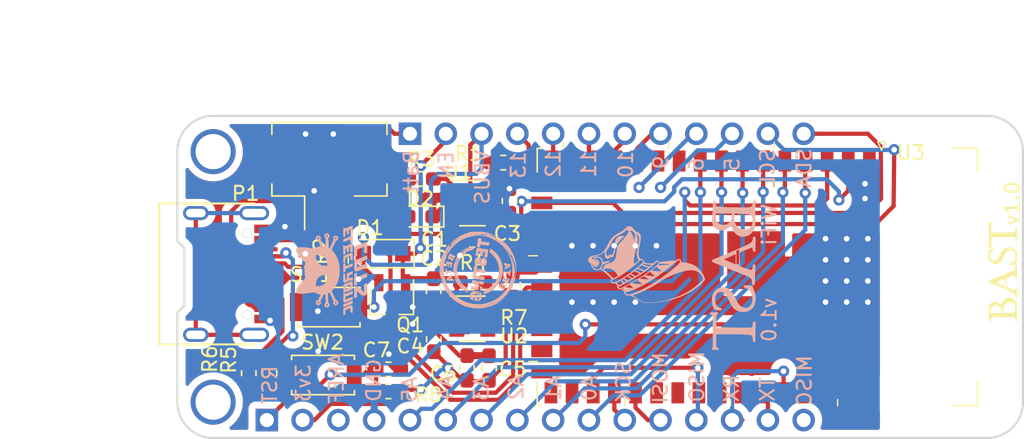
<source format=kicad_pcb>
(kicad_pcb (version 20171130) (host pcbnew "(5.1.5-0-10_14)")
  (layers (0 F.Cu signal hide) (31 B.Cu signal hide) (34 B.Paste user) (35 F.Paste user) (36 B.SilkS user) (37 F.SilkS user) (38 B.Mask user) (39 F.Mask user) (44 Edge.Cuts user))
  (net 0 "")
  (net 1 +BATT)
  (net 2 GND)
  (net 3 VBUS)
  (net 4 /MISC)
  (net 5 /TX)
  (net 6 /RX)
  (net 7 /MISO)
  (net 8 /MOSI)
  (net 9 /SCK)
  (net 10 /A5)
  (net 11 /A4)
  (net 12 /A3)
  (net 13 /A2)
  (net 14 /A1)
  (net 15 /A0)
  (net 16 /Aref)
  (net 17 +3V3)
  (net 18 /~RST~)
  (net 19 /SDA)
  (net 20 /SCL)
  (net 21 /GPIO05)
  (net 22 /GPIO06)
  (net 23 /GPIO09)
  (net 24 /GPIO10)
  (net 25 /GPIO11)
  (net 26 /GPIO12)
  (net 27 /GPIO13)
  (net 28 /EN)
  (net 29 "Net-(R1-Pad1)")
  (net 30 "Net-(R3-Pad1)")
  (net 31 "Net-(U2-Pad4)")
  (net 32 "Net-(R4-Pad1)")
  (net 33 "Net-(U3-Pad15)")
  (net 34 "Net-(U3-Pad20)")
  (net 35 /GPIO18)
  (net 36 /D-)
  (net 37 /D+)
  (net 38 "Net-(U3-Pad24)")
  (net 39 /GPIO0)
  (net 40 "Net-(U3-Pad36)")
  (net 41 "Net-(U3-Pad35)")
  (net 42 "Net-(U3-Pad34)")
  (net 43 "Net-(U3-Pad33)")
  (net 44 "Net-(U3-Pad32)")
  (net 45 "Net-(U3-Pad28)")
  (net 46 "Net-(U3-Pad27)")
  (net 47 "Net-(U3-Pad25)")
  (net 48 "Net-(U3-Pad39)")
  (net 49 "Net-(U3-Pad40)")
  (net 50 "Net-(D2-Pad2)")
  (net 51 "Net-(P1-PadA5)")
  (net 52 "Net-(P1-PadB5)")
  (net 53 "Net-(P1-PadS1)")
  (module Aesthetics:bast?letter?small (layer F.Cu) (at 185.65 92.7 90)
    (fp_text reference G*** hide)
    (fp_text value LOGO hide)
  )
  (module Aesthetics:bast_8x8 (layer B.Cu) (at 162 92.6 270)
    (fp_text reference G*** hide)
    (fp_text value LOGO hide)
  )
  (module Aesthetics:beta_testing (layer B.Cu) (at 148.45 92.2 270)
    (fp_text reference G*** hide)
    (fp_text value LOGO hide)
  )
  (module Aesthetics:electronic_cats_logo_4x3 (layer B.Cu) (at 137.95 92.25 270)
    (fp_text reference G*** hide)
    (fp_text value LOGO hide)
  )
  (module Connector_JST:JST_PH_B2B-PH-SM4-TB_1x02-1MP_P2.00mm_Vertical (layer F.Cu) (at 137.795 86.106)
    (fp_text reference J1 hide)
    (fp_text value Conn_Battery hide)
    (pad MP smd roundrect (at 3.4 -1.75) (size 1.6 3) (layers F.Cu F.Paste F.Mask) (roundrect_rratio 0.15625))
    (pad MP smd roundrect (at -3.4 -1.75) (size 1.6 3) (layers F.Cu F.Paste F.Mask) (roundrect_rratio 0.15625))
    (pad 2 smd roundrect (at 1 0.5) (size 1 5.5) (layers F.Cu F.Paste F.Mask) (net 1 +BATT))
    (pad 1 smd roundrect (at -1 0.5) (size 1 5.5) (layers F.Cu F.Paste F.Mask) (net 2 GND))
  )
  (module RF_Module:ESP32-S2-WROVER (layer F.Cu) (at 164.338 92.71 270)
    (fp_text reference U3 (at -8.81 -14.712) (layer F.SilkS))
    (fp_text value ESP32-S2-WROVER)
    (pad 1 smd rect (at -8.225 -11.775 270) (size 1.5 0.9) (layers F.Cu F.Paste F.Mask) (net 2 GND))
    (pad 15 smd rect (at -8.225 9.225 90) (size 1.5 0.9) (layers F.Cu F.Paste F.Mask) (net 33 "Net-(U3-Pad15)"))
    (pad 16 smd rect (at -8.225 10.725 90) (size 1.5 0.9) (layers F.Cu F.Paste F.Mask) (net 26 /GPIO12))
    (pad 17 smd rect (at -6.75 11.475 270) (size 0.9 1.5) (layers F.Cu F.Paste F.Mask) (net 27 /GPIO13))
    (pad 18 smd rect (at -5.25 11.475 270) (size 0.9 1.5) (layers F.Cu F.Paste F.Mask) (net 19 /SDA))
    (pad 19 smd rect (at -3.75 11.475 270) (size 0.9 1.5) (layers F.Cu F.Paste F.Mask) (net 20 /SCL))
    (pad 20 smd rect (at -2.25 11.475 270) (size 0.9 1.5) (layers F.Cu F.Paste F.Mask) (net 34 "Net-(U3-Pad20)"))
    (pad 21 smd rect (at -0.75 11.475 270) (size 0.9 1.5) (layers F.Cu F.Paste F.Mask) (net 35 /GPIO18))
    (pad 22 smd rect (at 0.75 11.475 270) (size 0.9 1.5) (layers F.Cu F.Paste F.Mask) (net 36 /D-))
    (pad 23 smd rect (at 2.25 11.475 270) (size 0.9 1.5) (layers F.Cu F.Paste F.Mask) (net 37 /D+))
    (pad 24 smd rect (at 3.75 11.475 270) (size 0.9 1.5) (layers F.Cu F.Paste F.Mask) (net 38 "Net-(U3-Pad24)"))
    (pad 2 smd rect (at -8.225 -10.275 270) (size 1.5 0.9) (layers F.Cu F.Paste F.Mask) (net 17 +3V3))
    (pad 3 smd rect (at -8.225 -8.775 270) (size 1.5 0.9) (layers F.Cu F.Paste F.Mask) (net 39 /GPIO0))
    (pad 4 smd rect (at -8.225 -7.275 270) (size 1.5 0.9) (layers F.Cu F.Paste F.Mask) (net 15 /A0))
    (pad 5 smd rect (at -8.225 -5.775 270) (size 1.5 0.9) (layers F.Cu F.Paste F.Mask) (net 14 /A1))
    (pad 6 smd rect (at -8.225 -4.275 270) (size 1.5 0.9) (layers F.Cu F.Paste F.Mask) (net 13 /A2))
    (pad 7 smd rect (at -8.225 -2.775 270) (size 1.5 0.9) (layers F.Cu F.Paste F.Mask) (net 12 /A3))
    (pad 8 smd rect (at -8.225 -1.275 270) (size 1.5 0.9) (layers F.Cu F.Paste F.Mask) (net 11 /A4))
    (pad 9 smd rect (at -8.225 0.225 270) (size 1.5 0.9) (layers F.Cu F.Paste F.Mask) (net 10 /A5))
    (pad 10 smd rect (at -8.225 1.725 270) (size 1.5 0.9) (layers F.Cu F.Paste F.Mask) (net 21 /GPIO05))
    (pad 11 smd rect (at -8.225 3.225 270) (size 1.5 0.9) (layers F.Cu F.Paste F.Mask) (net 22 /GPIO06))
    (pad 12 smd rect (at -8.225 4.725 270) (size 1.5 0.9) (layers F.Cu F.Paste F.Mask) (net 23 /GPIO09))
    (pad 13 smd rect (at -8.225 6.225 270) (size 1.5 0.9) (layers F.Cu F.Paste F.Mask) (net 24 /GPIO10))
    (pad 14 smd rect (at -8.225 7.725 270) (size 1.5 0.9) (layers F.Cu F.Paste F.Mask) (net 25 /GPIO11))
    (pad 38 smd rect (at 8.225 -5.675 270) (size 1.5 0.9) (layers F.Cu F.Paste F.Mask) (net 6 /RX))
    (pad 37 smd rect (at 8.225 -4.175 270) (size 1.5 0.9) (layers F.Cu F.Paste F.Mask) (net 5 /TX))
    (pad 36 smd rect (at 8.225 -2.675 270) (size 1.5 0.9) (layers F.Cu F.Paste F.Mask) (net 40 "Net-(U3-Pad36)"))
    (pad 35 smd rect (at 8.225 -1.175 270) (size 1.5 0.9) (layers F.Cu F.Paste F.Mask) (net 41 "Net-(U3-Pad35)"))
    (pad 34 smd rect (at 8.225 0.325 270) (size 1.5 0.9) (layers F.Cu F.Paste F.Mask) (net 42 "Net-(U3-Pad34)"))
    (pad 33 smd rect (at 8.225 1.825 270) (size 1.5 0.9) (layers F.Cu F.Paste F.Mask) (net 43 "Net-(U3-Pad33)"))
    (pad 32 smd rect (at 8.225 3.325 270) (size 1.5 0.9) (layers F.Cu F.Paste F.Mask) (net 44 "Net-(U3-Pad32)"))
    (pad 31 smd rect (at 8.225 4.825 270) (size 1.5 0.9) (layers F.Cu F.Paste F.Mask) (net 8 /MOSI))
    (pad 30 smd rect (at 8.225 6.325 270) (size 1.5 0.9) (layers F.Cu F.Paste F.Mask) (net 9 /SCK))
    (pad 29 smd rect (at 8.225 7.825 270) (size 1.5 0.9) (layers F.Cu F.Paste F.Mask) (net 7 /MISO))
    (pad 28 smd rect (at 8.225 9.325 270) (size 1.5 0.9) (layers F.Cu F.Paste F.Mask) (net 45 "Net-(U3-Pad28)"))
    (pad 27 smd rect (at 8.225 10.825 270) (size 1.5 0.9) (layers F.Cu F.Paste F.Mask) (net 46 "Net-(U3-Pad27)"))
    (pad 26 smd rect (at 6.75 11.475 270) (size 0.9 1.5) (layers F.Cu F.Paste F.Mask) (net 2 GND))
    (pad 25 smd rect (at 5.25 11.475 270) (size 0.9 1.5) (layers F.Cu F.Paste F.Mask) (net 47 "Net-(U3-Pad25)"))
    (pad 39 smd rect (at 8.225 -7.175 270) (size 1.5 0.9) (layers F.Cu F.Paste F.Mask) (net 48 "Net-(U3-Pad39)"))
    (pad 40 smd rect (at 8.225 -8.775 270) (size 1.5 0.9) (layers F.Cu F.Paste F.Mask) (net 49 "Net-(U3-Pad40)"))
    (pad 41 smd rect (at 8.225 -10.275 270) (size 1.5 0.9) (layers F.Cu F.Paste F.Mask) (net 18 /~RST~))
    (pad 42 smd rect (at 8.225 -11.675 270) (size 1.5 0.9) (layers F.Cu F.Paste F.Mask) (net 2 GND))
    (pad 43 smd rect (at -1.19 -3.735 270) (size 4.1 4.1) (layers F.Cu F.Paste F.Mask) (net 2 GND))
  )
  (module Package_TO_SOT_SMD:SOT-23-5 (layer F.Cu) (at 147.93 95.68)
    (fp_text reference U2 (at 2.97 1.22 180) (layer F.SilkS))
    (fp_text value AP2112K-3.3)
    (pad 5 smd rect (at 1.1 -0.95) (size 1.06 0.65) (layers F.Cu F.Paste F.Mask) (net 17 +3V3))
    (pad 4 smd rect (at 1.1 0.95) (size 1.06 0.65) (layers F.Cu F.Paste F.Mask) (net 31 "Net-(U2-Pad4)"))
    (pad 3 smd rect (at -1.1 0.95) (size 1.06 0.65) (layers F.Cu F.Paste F.Mask) (net 32 "Net-(R4-Pad1)"))
    (pad 2 smd rect (at -1.1 0) (size 1.06 0.65) (layers F.Cu F.Paste F.Mask) (net 2 GND))
    (pad 1 smd rect (at -1.1 -0.95) (size 1.06 0.65) (layers F.Cu F.Paste F.Mask) (net 28 /EN))
  )
  (module Diode_SMD:D_0603_1608Metric_Pad1.05x0.95mm_HandSolder (layer F.Cu) (at 144.25 88.43 180)
    (fp_text reference D2 (at 0.02 1.28) (layer F.SilkS))
    (fp_text value DONE)
    (pad 2 smd roundrect (at 0.875 0 180) (size 1.05 0.95) (layers F.Cu F.Paste F.Mask) (net 50 "Net-(D2-Pad2)"))
    (pad 1 smd roundrect (at -0.875 0 180) (size 1.05 0.95) (layers F.Cu F.Paste F.Mask) (net 2 GND))
  )
  (module Capacitor_SMD:C_0603_1608Metric_Pad1.05x0.95mm_HandSolder (layer F.Cu) (at 149.12 99.18 90)
    (fp_text reference C5 (at -0.07 1.68 180) (layer F.SilkS))
    (fp_text value 10uF)
    (pad 2 smd roundrect (at 0.875 0 90) (size 1.05 0.95) (layers F.Cu F.Paste F.Mask) (net 2 GND))
    (pad 1 smd roundrect (at -0.875 0 90) (size 1.05 0.95) (layers F.Cu F.Paste F.Mask) (net 17 +3V3))
  )
  (module Capacitor_SMD:C_0603_1608Metric_Pad1.05x0.95mm_HandSolder (layer F.Cu) (at 147.92 90.09 180)
    (fp_text reference C1 (at 2.67 0.04) (layer F.SilkS))
    (fp_text value 10uF)
    (pad 2 smd roundrect (at 0.875 0 180) (size 1.05 0.95) (layers F.Cu F.Paste F.Mask) (net 2 GND))
    (pad 1 smd roundrect (at -0.875 0 180) (size 1.05 0.95) (layers F.Cu F.Paste F.Mask) (net 3 VBUS))
  )
  (module Resistor_SMD:R_0603_1608Metric_Pad1.05x0.95mm_HandSolder (layer F.Cu) (at 141.98 100.84 180)
    (fp_text reference R8 (at -2.84 -0.25) (layer F.SilkS))
    (fp_text value 10K)
    (pad 2 smd roundrect (at 0.875 0 180) (size 1.05 0.95) (layers F.Cu F.Paste F.Mask) (net 18 /~RST~))
    (pad 1 smd roundrect (at -0.875 0 180) (size 1.05 0.95) (layers F.Cu F.Paste F.Mask) (net 17 +3V3))
  )
  (module Resistor_SMD:R_0603_1608Metric_Pad1.05x0.95mm_HandSolder (layer F.Cu) (at 150.82 93.27 90)
    (fp_text reference R7 (at -2.33 0.06 180) (layer F.SilkS))
    (fp_text value 10K)
    (pad 2 smd roundrect (at 0.875 0 90) (size 1.05 0.95) (layers F.Cu F.Paste F.Mask) (net 35 /GPIO18))
    (pad 1 smd roundrect (at -0.875 0 90) (size 1.05 0.95) (layers F.Cu F.Paste F.Mask) (net 17 +3V3))
  )
  (module Resistor_SMD:R_0603_1608Metric_Pad1.05x0.95mm_HandSolder (layer F.Cu) (at 132.07 99.54 90)
    (fp_text reference R6 (at 0.99 -2.77 90) (layer F.SilkS))
    (fp_text value 5.1K)
    (pad 2 smd roundrect (at 0.875 0 90) (size 1.05 0.95) (layers F.Cu F.Paste F.Mask) (net 52 "Net-(P1-PadB5)"))
    (pad 1 smd roundrect (at -0.875 0 90) (size 1.05 0.95) (layers F.Cu F.Paste F.Mask) (net 2 GND))
  )
  (module Resistor_SMD:R_0603_1608Metric_Pad1.05x0.95mm_HandSolder (layer F.Cu) (at 133.55 99.54 90)
    (fp_text reference R5 (at 0.94 -2.9 90) (layer F.SilkS))
    (fp_text value 5.1K)
    (pad 2 smd roundrect (at 0.875 0 90) (size 1.05 0.95) (layers F.Cu F.Paste F.Mask) (net 51 "Net-(P1-PadA5)"))
    (pad 1 smd roundrect (at -0.875 0 90) (size 1.05 0.95) (layers F.Cu F.Paste F.Mask) (net 2 GND))
  )
  (module Resistor_SMD:R_0603_1608Metric_Pad1.05x0.95mm_HandSolder (layer F.Cu) (at 147.965 93.08 180)
    (fp_text reference R4 (at -0.035 1.38 180) (layer F.SilkS))
    (fp_text value 10K)
    (pad 2 smd roundrect (at 0.875 0 180) (size 1.05 0.95) (layers F.Cu F.Paste F.Mask) (net 28 /EN))
    (pad 1 smd roundrect (at -0.875 0 180) (size 1.05 0.95) (layers F.Cu F.Paste F.Mask) (net 32 "Net-(R4-Pad1)"))
  )
  (module Resistor_SMD:R_0603_1608Metric_Pad1.05x0.95mm_HandSolder (layer F.Cu) (at 144.295 85.76 180)
    (fp_text reference R3 (at -0.035 1.4) (layer F.SilkS))
    (fp_text value 1K)
    (pad 2 smd roundrect (at 0.875 0 180) (size 1.05 0.95) (layers F.Cu F.Paste F.Mask) (net 50 "Net-(D2-Pad2)"))
    (pad 1 smd roundrect (at -0.875 0 180) (size 1.05 0.95) (layers F.Cu F.Paste F.Mask) (net 30 "Net-(R3-Pad1)"))
  )
  (module Resistor_SMD:R_0603_1608Metric_Pad1.05x0.95mm_HandSolder (layer F.Cu) (at 138.62 91.55 270)
    (fp_text reference R2 (at -0.65 1.42 90) (layer F.SilkS))
    (fp_text value 100K)
    (pad 2 smd roundrect (at 0.875 0 270) (size 1.05 0.95) (layers F.Cu F.Paste F.Mask) (net 2 GND))
    (pad 1 smd roundrect (at -0.875 0 270) (size 1.05 0.95) (layers F.Cu F.Paste F.Mask) (net 3 VBUS))
  )
  (module Resistor_SMD:R_0603_1608Metric_Pad1.05x0.95mm_HandSolder (layer F.Cu) (at 150.13 84.6)
    (fp_text reference R1 (at -2.46 -0.64) (layer F.SilkS))
    (fp_text value 2K)
    (pad 2 smd roundrect (at 0.875 0) (size 1.05 0.95) (layers F.Cu F.Paste F.Mask) (net 2 GND))
    (pad 1 smd roundrect (at -0.875 0) (size 1.05 0.95) (layers F.Cu F.Paste F.Mask) (net 29 "Net-(R1-Pad1)"))
  )
  (module Diode_SMD:D_SOD-123F (layer F.Cu) (at 141.6 91.06 180)
    (fp_text reference D1 (at 0.925 1.835 180) (layer F.SilkS))
    (fp_text value MBR120)
    (pad 2 smd rect (at 1.4 0 180) (size 1.1 1.1) (layers F.Cu F.Paste F.Mask) (net 3 VBUS))
    (pad 1 smd rect (at -1.4 0 180) (size 1.1 1.1) (layers F.Cu F.Paste F.Mask) (net 28 /EN))
  )
  (module Capacitor_SMD:C_0603_1608Metric_Pad1.05x0.95mm_HandSolder (layer F.Cu) (at 141.98 99.27)
    (fp_text reference C7 (at -0.855 -1.37) (layer F.SilkS))
    (fp_text value 1uF)
    (pad 2 smd roundrect (at 0.875 0) (size 1.05 0.95) (layers F.Cu F.Paste F.Mask) (net 2 GND))
    (pad 1 smd roundrect (at -0.875 0) (size 1.05 0.95) (layers F.Cu F.Paste F.Mask) (net 18 /~RST~))
  )
  (module Capacitor_SMD:C_0603_1608Metric_Pad1.05x0.95mm_HandSolder (layer F.Cu) (at 147.56 99.17 90)
    (fp_text reference C6 (at -0.405 -1.685 180) (layer F.SilkS))
    (fp_text value 0.1uF)
    (pad 2 smd roundrect (at 0.875 0 90) (size 1.05 0.95) (layers F.Cu F.Paste F.Mask) (net 2 GND))
    (pad 1 smd roundrect (at -0.875 0 90) (size 1.05 0.95) (layers F.Cu F.Paste F.Mask) (net 17 +3V3))
  )
  (module Capacitor_SMD:C_0603_1608Metric_Pad1.05x0.95mm_HandSolder (layer F.Cu) (at 145.2 97.14 90)
    (fp_text reference C4 (at -0.485 -1.675) (layer F.SilkS))
    (fp_text value 10uF)
    (pad 2 smd roundrect (at 0.875 0 90) (size 1.05 0.95) (layers F.Cu F.Paste F.Mask) (net 2 GND))
    (pad 1 smd roundrect (at -0.875 0 90) (size 1.05 0.95) (layers F.Cu F.Paste F.Mask) (net 17 +3V3))
  )
  (module Capacitor_SMD:C_0603_1608Metric_Pad1.05x0.95mm_HandSolder (layer F.Cu) (at 150.57 87.32 90)
    (fp_text reference C3 (at -2.32 -0.15 180) (layer F.SilkS))
    (fp_text value 10uF)
    (pad 2 smd roundrect (at 0.875 0 90) (size 1.05 0.95) (layers F.Cu F.Paste F.Mask) (net 2 GND))
    (pad 1 smd roundrect (at -0.875 0 90) (size 1.05 0.95) (layers F.Cu F.Paste F.Mask) (net 1 +BATT))
  )
  (module Capacitor_SMD:C_0603_1608Metric_Pad1.05x0.95mm_HandSolder (layer F.Cu) (at 145.19 93.71 270)
    (fp_text reference C2 (at -2.31 -0.01) (layer F.SilkS))
    (fp_text value 10uF)
    (pad 2 smd roundrect (at 0.875 0 270) (size 1.05 0.95) (layers F.Cu F.Paste F.Mask) (net 2 GND))
    (pad 1 smd roundrect (at -0.875 0 270) (size 1.05 0.95) (layers F.Cu F.Paste F.Mask) (net 28 /EN))
  )
  (module Package_TO_SOT_SMD:TSOT-23 (layer F.Cu) (at 142.25 94.43 270)
    (fp_text reference Q1 (at 1.695 -1.275 180) (layer F.SilkS))
    (fp_text value DMG3415U-7)
    (pad 3 smd rect (at 1.31 0 270) (size 1.22 0.65) (layers F.Cu F.Paste F.Mask) (net 1 +BATT))
    (pad 2 smd rect (at -1.31 0.95 270) (size 1.22 0.65) (layers F.Cu F.Paste F.Mask) (net 3 VBUS))
    (pad 1 smd rect (at -1.31 -0.95 270) (size 1.22 0.65) (layers F.Cu F.Paste F.Mask) (net 28 /EN))
  )
  (module Package_TO_SOT_SMD:SOT-23-5 (layer F.Cu) (at 147.94 87.47)
    (fp_text reference U1 (at -1 -2.26) (layer F.SilkS))
    (fp_text value MCP73831-3-OT)
    (pad 5 smd rect (at 1.1 -0.95) (size 1.06 0.65) (layers F.Cu F.Paste F.Mask) (net 29 "Net-(R1-Pad1)"))
    (pad 4 smd rect (at 1.1 0.95) (size 1.06 0.65) (layers F.Cu F.Paste F.Mask) (net 3 VBUS))
    (pad 3 smd rect (at -1.1 0.95) (size 1.06 0.65) (layers F.Cu F.Paste F.Mask) (net 1 +BATT))
    (pad 2 smd rect (at -1.1 0) (size 1.06 0.65) (layers F.Cu F.Paste F.Mask) (net 2 GND))
    (pad 1 smd rect (at -1.1 -0.95) (size 1.06 0.65) (layers F.Cu F.Paste F.Mask) (net 30 "Net-(R3-Pad1)"))
  )
  (module MountingHole:MountingHole_2.5mm_Pad (layer F.Cu) (at 129.54 83.82)
    (fp_text reference REF** hide)
    (fp_text value MountingHole_2.5mm_Pad hide)
    (pad "" thru_hole circle (at 0 0) (size 3.2 3.2) (drill 2.5) (layers *.Cu *.Mask))
  )
  (module MountingHole:MountingHole_2.5mm_Pad (layer F.Cu) (at 129.54 101.6)
    (fp_text reference REF** hide)
    (fp_text value MountingHole_2.5mm_Pad hide)
    (pad "" thru_hole circle (at 0 0) (size 3.2 3.2) (drill 2.5) (layers *.Cu *.Mask))
  )
  (module MountingHole:MountingHole_2.2mm_M2 (layer F.Cu) (at 185.07 102.24)
    (fp_text reference REF** hide)
    (fp_text value MountingHole_2.2mm_M2 hide)
    (pad 1 np_thru_hole circle (at 0 0) (size 2.2 2.2) (drill 2.2) (layers *.Cu *.Mask))
  )
  (module MountingHole:MountingHole_2.2mm_M2 (layer F.Cu) (at 185.13 83.185)
    (fp_text reference REF** hide)
    (fp_text value MountingHole_2.2mm_M2 hide)
    (pad 1 np_thru_hole circle (at 0 0) (size 2.2 2.2) (drill 2.2) (layers *.Cu *.Mask))
  )
  (module Connector_PinSocket_2.54mm:PinSocket_1x12_P2.54mm_Vertical (layer F.Cu) (at 143.51 82.55 90)
    (fp_text reference J4 hide)
    (fp_text value Conn_Right hide)
    (pad 12 thru_hole oval (at 0 27.94 90) (size 1.6 1.6) (drill 1) (layers *.Cu *.Mask) (net 19 /SDA))
    (pad 11 thru_hole oval (at 0 25.4 90) (size 1.6 1.6) (drill 1) (layers *.Cu *.Mask) (net 20 /SCL))
    (pad 10 thru_hole oval (at 0 22.86 90) (size 1.6 1.6) (drill 1) (layers *.Cu *.Mask) (net 21 /GPIO05))
    (pad 9 thru_hole oval (at 0 20.32 90) (size 1.6 1.6) (drill 1) (layers *.Cu *.Mask) (net 22 /GPIO06))
    (pad 8 thru_hole oval (at 0 17.78 90) (size 1.6 1.6) (drill 1) (layers *.Cu *.Mask) (net 23 /GPIO09))
    (pad 7 thru_hole oval (at 0 15.24 90) (size 1.6 1.6) (drill 1) (layers *.Cu *.Mask) (net 24 /GPIO10))
    (pad 6 thru_hole oval (at 0 12.7 90) (size 1.6 1.6) (drill 1) (layers *.Cu *.Mask) (net 25 /GPIO11))
    (pad 5 thru_hole oval (at 0 10.16 90) (size 1.6 1.6) (drill 1) (layers *.Cu *.Mask) (net 26 /GPIO12))
    (pad 4 thru_hole oval (at 0 7.62 90) (size 1.6 1.6) (drill 1) (layers *.Cu *.Mask) (net 27 /GPIO13))
    (pad 3 thru_hole oval (at 0 5.08 90) (size 1.6 1.6) (drill 1) (layers *.Cu *.Mask) (net 3 VBUS))
    (pad 2 thru_hole oval (at 0 2.54 90) (size 1.6 1.6) (drill 1) (layers *.Cu *.Mask) (net 28 /EN))
    (pad 1 thru_hole rect (at 0 0 90) (size 1.6 1.6) (drill 1) (layers *.Cu *.Mask) (net 1 +BATT))
  )
  (module Connector_PinSocket_2.54mm:PinSocket_1x16_P2.54mm_Vertical (layer F.Cu) (at 133.35 102.87 90)
    (fp_text reference J3 hide)
    (fp_text value Conn_Left hide)
    (pad 16 thru_hole oval (at 0 38.1 90) (size 1.6 1.6) (drill 1) (layers *.Cu *.Mask) (net 4 /MISC))
    (pad 15 thru_hole oval (at 0 35.56 90) (size 1.6 1.6) (drill 1) (layers *.Cu *.Mask) (net 5 /TX))
    (pad 14 thru_hole oval (at 0 33.02 90) (size 1.6 1.6) (drill 1) (layers *.Cu *.Mask) (net 6 /RX))
    (pad 13 thru_hole oval (at 0 30.48 90) (size 1.6 1.6) (drill 1) (layers *.Cu *.Mask) (net 7 /MISO))
    (pad 12 thru_hole oval (at 0 27.94 90) (size 1.6 1.6) (drill 1) (layers *.Cu *.Mask) (net 8 /MOSI))
    (pad 11 thru_hole oval (at 0 25.4 90) (size 1.6 1.6) (drill 1) (layers *.Cu *.Mask) (net 9 /SCK))
    (pad 10 thru_hole oval (at 0 22.86 90) (size 1.6 1.6) (drill 1) (layers *.Cu *.Mask) (net 15 /A0))
    (pad 9 thru_hole oval (at 0 20.32 90) (size 1.6 1.6) (drill 1) (layers *.Cu *.Mask) (net 14 /A1))
    (pad 8 thru_hole oval (at 0 17.78 90) (size 1.6 1.6) (drill 1) (layers *.Cu *.Mask) (net 13 /A2))
    (pad 7 thru_hole oval (at 0 15.24 90) (size 1.6 1.6) (drill 1) (layers *.Cu *.Mask) (net 12 /A3))
    (pad 6 thru_hole oval (at 0 12.7 90) (size 1.6 1.6) (drill 1) (layers *.Cu *.Mask) (net 11 /A4))
    (pad 5 thru_hole oval (at 0 10.16 90) (size 1.6 1.6) (drill 1) (layers *.Cu *.Mask) (net 10 /A5))
    (pad 4 thru_hole oval (at 0 7.62 90) (size 1.6 1.6) (drill 1) (layers *.Cu *.Mask) (net 2 GND))
    (pad 3 thru_hole oval (at 0 5.08 90) (size 1.6 1.6) (drill 1) (layers *.Cu *.Mask) (net 16 /Aref))
    (pad 2 thru_hole oval (at 0 2.54 90) (size 1.6 1.6) (drill 1) (layers *.Cu *.Mask) (net 17 +3V3))
    (pad 1 thru_hole rect (at 0 0 90) (size 1.6 1.6) (drill 1) (layers *.Cu *.Mask) (net 18 /~RST~))
  )
  (module "Connectors EC:C393939" (layer F.Cu) (at 132.46 92.5 270)
    (fp_text reference P1 (at -5.71 0.62 180) (layer F.SilkS))
    (fp_text value USB_C_Plug_USB2.0)
    (pad S1 thru_hole oval (at -4.32 0 270) (size 1 2.1) (drill oval 0.6 1.7) (layers *.Cu *.Mask) (net 53 "Net-(P1-PadS1)"))
    (pad S1 thru_hole oval (at 4.32 0 270) (size 1 2.1) (drill oval 0.6 1.7) (layers *.Cu *.Mask) (net 53 "Net-(P1-PadS1)"))
    (pad S1 thru_hole oval (at -4.32 4.15 270) (size 1 1.8) (drill oval 0.6 1.4) (layers *.Cu *.Mask) (net 53 "Net-(P1-PadS1)"))
    (pad S1 thru_hole oval (at 4.32 4.15 270) (size 1 1.8) (drill oval 0.6 1.4) (layers *.Cu *.Mask) (net 53 "Net-(P1-PadS1)"))
    (pad "" thru_hole circle (at -2.89 0.5 270) (size 0.65 0.65) (drill 0.65) (layers *.Cu *.Mask))
    (pad "" thru_hole circle (at 2.89 0.5 270) (size 0.65 0.65) (drill 0.65) (layers *.Cu *.Mask))
    (pad A1 smd rect (at -3.2 -0.825 270) (size 0.6 1.65) (layers F.Cu F.Paste F.Mask) (net 2 GND))
    (pad A1 smd rect (at 3.2 -0.825 270) (size 0.6 1.65) (layers F.Cu F.Paste F.Mask) (net 2 GND))
    (pad A4 smd rect (at -2.4 -0.825 270) (size 0.6 1.65) (layers F.Cu F.Paste F.Mask) (net 3 VBUS))
    (pad A4 smd rect (at 2.4 -0.825 270) (size 0.6 1.65) (layers F.Cu F.Paste F.Mask) (net 3 VBUS))
    (pad A8 smd rect (at -1.75 -0.825 270) (size 0.3 1.65) (layers F.Cu F.Paste F.Mask))
    (pad A5 smd rect (at -1.25 -0.825 270) (size 0.3 1.65) (layers F.Cu F.Paste F.Mask) (net 51 "Net-(P1-PadA5)"))
    (pad A7 smd rect (at -0.75 -0.825 270) (size 0.3 1.65) (layers F.Cu F.Paste F.Mask) (net 36 /D-))
    (pad A6 smd rect (at -0.25 -0.825 270) (size 0.3 1.65) (layers F.Cu F.Paste F.Mask) (net 37 /D+))
    (pad A7 smd rect (at 0.25 -0.825 270) (size 0.3 1.65) (layers F.Cu F.Paste F.Mask) (net 36 /D-))
    (pad A6 smd rect (at 0.75 -0.825 270) (size 0.3 1.65) (layers F.Cu F.Paste F.Mask) (net 37 /D+))
    (pad B8 smd rect (at 1.25 -0.825 270) (size 0.3 1.65) (layers F.Cu F.Paste F.Mask))
    (pad B5 smd rect (at 1.75 -0.825 270) (size 0.3 1.65) (layers F.Cu F.Paste F.Mask) (net 52 "Net-(P1-PadB5)"))
  )
  (module "Connectors EC:C455281" (layer F.Cu) (at 140.49 96.25 180)
    (fp_text reference SW1 (at 3.99 3.7) (layer F.SilkS))
    (fp_text value GPIO0)
    (pad 1 smd rect (at 4.98 1.4 180) (size 1.05 2) (layers F.Cu F.Paste F.Mask) (net 2 GND))
    (pad 2 smd rect (at 0.54 1.4 180) (size 1.05 2) (layers F.Cu F.Paste F.Mask) (net 39 /GPIO0))
  )
  (module "Connectors EC:C455281" (layer F.Cu) (at 140.09 101.07 180)
    (fp_text reference SW2 (at 2.79 3.72) (layer F.SilkS))
    (fp_text value RESET)
    (pad 2 smd rect (at 0.54 1.4 180) (size 1.05 2) (layers F.Cu F.Paste F.Mask) (net 18 /~RST~))
    (pad 1 smd rect (at 4.98 1.4 180) (size 1.05 2) (layers F.Cu F.Paste F.Mask) (net 2 GND))
  )
  (gr_text v1.0 (at 169 95.75 90) (layer B.SilkS) (effects (font (size 1 1)) (justify mirror)))
  (gr_text WiFi (at 169 89 90) (layer B.SilkS) (effects (font (size 1 1)) (justify mirror)))
  (gr_text v1.0 (at 186.24 87.48 90) (layer F.SilkS) (effects (font (size 1 1))))
  (gr_text MISC (at 171.5 100.06 90) (layer B.SilkS) (effects (font (size 1 1)) (justify mirror)))
  (gr_text TX (at 168.87 100.7 90) (layer B.SilkS) (effects (font (size 1 1)) (justify mirror)))
  (gr_text RX (at 166.33 100.62 90) (layer B.SilkS) (effects (font (size 1 1)) (justify mirror)))
  (gr_text MISO (at 163.87 99.79 90) (layer B.SilkS) (effects (font (size 1 1)) (justify mirror)))
  (gr_text MOSI (at 161.28 99.87 90) (layer B.SilkS) (effects (font (size 1 1)) (justify mirror)))
  (gr_text SCK (at 158.66 100.17 90) (layer B.SilkS) (effects (font (size 1 1)) (justify mirror)))
  (gr_text A0 (at 156.23 100.62 90) (layer B.SilkS) (effects (font (size 1 1)) (justify mirror)))
  (gr_text A1 (at 153.72 100.6 90) (layer B.SilkS) (effects (font (size 1 1)) (justify mirror)))
  (gr_text A2 (at 151.04 100.54 90) (layer B.SilkS) (effects (font (size 1 1)) (justify mirror)))
  (gr_text A3 (at 148.58 100.6 90) (layer B.SilkS) (effects (font (size 1 1)) (justify mirror)))
  (gr_text A4 (at 146.04 100.6 90) (layer B.SilkS) (effects (font (size 1 1)) (justify mirror)))
  (gr_text A5 (at 143.48 100.7 90) (layer B.SilkS) (effects (font (size 1 1)) (justify mirror)))
  (gr_text GND (at 140.94 100.05 90) (layer B.SilkS) (effects (font (size 1 1)) (justify mirror)))
  (gr_text AREF (at 138.29 99.94 90) (layer B.SilkS) (effects (font (size 1 1)) (justify mirror)))
  (gr_text 3v3 (at 135.94 100.25 90) (layer B.SilkS) (effects (font (size 1 1)) (justify mirror)))
  (gr_text RST (at 133.56 100.37 90) (layer B.SilkS) (effects (font (size 1 1)) (justify mirror)))
  (gr_text SDA (at 171.48 84.98 90) (layer B.SilkS) (effects (font (size 1 1)) (justify mirror)))
  (gr_text SCL (at 168.88 84.98 90) (layer B.SilkS) (effects (font (size 1 1)) (justify mirror)))
  (gr_text 5 (at 166.38 84.73 90) (layer B.SilkS) (effects (font (size 1 1)) (justify mirror)))
  (gr_text 9 (at 161.31 84.58 90) (layer B.SilkS) (effects (font (size 1 1)) (justify mirror)))
  (gr_text 6 (at 163.84 84.73 90) (layer B.SilkS) (effects (font (size 1 1)) (justify mirror)))
  (gr_text 10 (at 158.82 84.74 90) (layer B.SilkS) (effects (font (size 1 1)) (justify mirror)))
  (gr_text 11 (at 156.2 84.7 90) (layer B.SilkS) (effects (font (size 1 1)) (justify mirror)))
  (gr_text 12 (at 153.675 84.7 90) (layer B.SilkS) (effects (font (size 1 1)) (justify mirror)))
  (gr_text 13 (at 151.2 84.775 90) (layer B.SilkS) (effects (font (size 1 1)) (justify mirror)))
  (gr_text VBUS (at 148.65 85.625 90) (layer B.SilkS) (effects (font (size 1 1)) (justify mirror)))
  (gr_text EN (at 146.075 84.775 90) (layer B.SilkS) (effects (font (size 1 1)) (justify mirror)))
  (gr_text Batt (at 143.6 85.25 90) (layer B.SilkS) (effects (font (size 1 1)) (justify mirror)))
  (gr_line (start 175.26 104.14) (end 184.47 104.14) (layer Edge.Cuts) (width 0.15))
  (gr_line (start 175.26 81.28) (end 184.47 81.28) (layer Edge.Cuts) (width 0.15))
  (gr_arc (start 129.54 101.6) (end 127 101.6) (angle -90) (layer Edge.Cuts) (width 0.15))
  (gr_line (start 127 95.25) (end 127 101.6) (layer Edge.Cuts) (width 0.15))
  (gr_line (start 127.508 94.742) (end 127 95.25) (layer Edge.Cuts) (width 0.15))
  (gr_line (start 127.508 90.678) (end 127.508 94.742) (layer Edge.Cuts) (width 0.15))
  (gr_line (start 127 90.17) (end 127.508 90.678) (layer Edge.Cuts) (width 0.15))
  (gr_line (start 127 83.82) (end 127 90.17) (layer Edge.Cuts) (width 0.15))
  (gr_arc (start 129.54 83.82) (end 129.54 81.28) (angle -90) (layer Edge.Cuts) (width 0.15))
  (gr_arc (start 184.47 101.6) (end 184.47 104.14) (angle -90) (layer Edge.Cuts) (width 0.15))
  (gr_line (start 175.26 81.28) (end 129.54 81.28) (layer Edge.Cuts) (width 0.15))
  (gr_arc (start 184.47 83.82) (end 187.01 83.82) (angle -90) (layer Edge.Cuts) (width 0.15))
  (gr_line (start 129.54 104.14) (end 175.26 104.14) (layer Edge.Cuts) (width 0.15))
  (gr_line (start 187.01 101.6) (end 187.01 83.82) (layer Edge.Cuts) (width 0.15))
  (segment (start 132.179998 90.75) (end 133.285 90.75) (width 0.3) (layer F.Cu) (net 0))
  (segment (start 132.16 93.75) (end 131.319992 92.909992) (width 0.3) (layer F.Cu) (net 0))
  (segment (start 131.319992 92.909992) (end 131.319992 91.437128) (width 0.3) (layer F.Cu) (net 0))
  (segment (start 133.285 93.75) (end 132.16 93.75) (width 0.3) (layer F.Cu) (net 0))
  (segment (start 132.00712 90.75) (end 132.179998 90.75) (width 0.3) (layer F.Cu) (net 0))
  (segment (start 131.319992 91.437128) (end 132.00712 90.75) (width 0.3) (layer F.Cu) (net 0))
  (segment (start 146.84 88.872) (end 146.84 88.42) (width 0.3) (layer F.Cu) (net 1))
  (segment (start 141.352 90.042) (end 141.732 89.662) (width 0.3) (layer F.Cu) (net 1))
  (segment (start 141.35 90.042) (end 141.352 90.042) (width 0.3) (layer F.Cu) (net 1))
  (segment (start 146.05 89.662) (end 145.876 89.836) (width 0.3) (layer F.Cu) (net 1))
  (segment (start 146.05 89.662) (end 146.558 89.154) (width 0.3) (layer F.Cu) (net 1))
  (segment (start 145.542 89.662) (end 146.05 89.662) (width 0.3) (layer F.Cu) (net 1))
  (segment (start 145.902 89.81) (end 146.558 89.154) (width 0.3) (layer F.Cu) (net 1))
  (segment (start 146.558 89.154) (end 146.84 88.872) (width 0.3) (layer F.Cu) (net 1))
  (segment (start 145.876 89.996) (end 145.542 89.662) (width 0.3) (layer F.Cu) (net 1))
  (segment (start 145.876 89.836) (end 145.876 89.996) (width 0.3) (layer F.Cu) (net 1))
  (segment (start 150.48 88.485) (end 150.77 88.195) (width 0.3) (layer F.Cu) (net 1))
  (segment (start 145.876 91.52) (end 146.316 91.96) (width 0.3) (layer F.Cu) (net 1))
  (segment (start 145.876 89.996) (end 145.876 91.52) (width 0.3) (layer F.Cu) (net 1))
  (segment (start 146.316 91.96) (end 148.95 91.96) (width 0.3) (layer F.Cu) (net 1))
  (segment (start 148.95 91.96) (end 150.48 90.43) (width 0.3) (layer F.Cu) (net 1))
  (segment (start 150.48 90.43) (end 150.48 88.485) (width 0.3) (layer F.Cu) (net 1))
  (segment (start 142.099999 91.229997) (end 141.35 90.479998) (width 0.3) (layer F.Cu) (net 1))
  (segment (start 142.099999 91.890001) (end 142.099999 91.229997) (width 0.3) (layer F.Cu) (net 1))
  (segment (start 142.13 91.920002) (end 142.099999 91.890001) (width 0.3) (layer F.Cu) (net 1))
  (segment (start 142.25 95.74) (end 142.13 95.62) (width 0.3) (layer F.Cu) (net 1))
  (segment (start 142.13 95.62) (end 142.13 91.920002) (width 0.3) (layer F.Cu) (net 1))
  (segment (start 142.41 82.55) (end 141.98 82.12) (width 0.3) (layer F.Cu) (net 1))
  (segment (start 143.51 82.55) (end 142.41 82.55) (width 0.3) (layer F.Cu) (net 1))
  (segment (start 141.98 82.12) (end 139.58 82.12) (width 0.3) (layer F.Cu) (net 1))
  (segment (start 138.795 82.905) (end 138.795 86.606) (width 0.3) (layer F.Cu) (net 1))
  (segment (start 139.58 82.12) (end 138.795 82.905) (width 0.3) (layer F.Cu) (net 1))
  (segment (start 141.35 90.479998) (end 141.35 90.25) (width 0.3) (layer F.Cu) (net 1))
  (segment (start 141.35 90.25) (end 141.35 90.042) (width 0.3) (layer F.Cu) (net 1))
  (segment (start 140.256 86.606) (end 138.795 86.606) (width 0.3) (layer F.Cu) (net 1))
  (segment (start 141.35 87.7) (end 140.256 86.606) (width 0.3) (layer F.Cu) (net 1))
  (segment (start 141.412 89.662) (end 141.35 89.6) (width 0.3) (layer F.Cu) (net 1))
  (segment (start 141.35 90.25) (end 141.35 89.6) (width 0.3) (layer F.Cu) (net 1))
  (segment (start 141.912 89.662) (end 141.412 89.662) (width 0.3) (layer F.Cu) (net 1))
  (segment (start 141.732 89.662) (end 141.912 89.662) (width 0.3) (layer F.Cu) (net 1))
  (segment (start 141.912 89.662) (end 145.542 89.662) (width 0.3) (layer F.Cu) (net 1))
  (segment (start 141.612 89.662) (end 141.35 89.4) (width 0.3) (layer F.Cu) (net 1))
  (segment (start 141.732 89.662) (end 141.612 89.662) (width 0.3) (layer F.Cu) (net 1))
  (segment (start 141.35 89.4) (end 141.35 87.7) (width 0.3) (layer F.Cu) (net 1))
  (segment (start 141.35 89.6) (end 141.35 89.4) (width 0.3) (layer F.Cu) (net 1))
  (segment (start 147.009998 98.295) (end 147.56 98.295) (width 0.3) (layer F.Cu) (net 2))
  (segment (start 133.58 95.800002) (end 133.58 89.31) (width 0.3) (layer B.Cu) (net 2))
  (segment (start 133.285 89.3) (end 133.59 89.3) (width 0.3) (layer F.Cu) (net 2))
  (segment (start 133.479998 95.7) (end 133.58 95.800002) (width 0.3) (layer F.Cu) (net 2))
  (segment (start 133.285 95.7) (end 133.479998 95.7) (width 0.3) (layer F.Cu) (net 2))
  (via (at 133.58 95.800002) (size 0.8) (drill 0.4) (layers F.Cu B.Cu) (net 2))
  (segment (start 145.275 88.5) (end 145.215 88.56) (width 0.3) (layer F.Cu) (net 2))
  (segment (start 146.085 87.47) (end 146.84 87.47) (width 0.3) (layer F.Cu) (net 2))
  (segment (start 145.125 88.43) (end 146.085 87.47) (width 0.3) (layer F.Cu) (net 2))
  (segment (start 151.005 86.01) (end 150.57 86.445) (width 0.3) (layer F.Cu) (net 2))
  (segment (start 151.005 84.6) (end 151.005 86.01) (width 0.3) (layer F.Cu) (net 2))
  (via (at 136.71 86.6) (size 0.8) (drill 0.4) (layers F.Cu B.Cu) (net 2))
  (segment (start 136.795 86.606) (end 136.716 86.606) (width 0.3) (layer F.Cu) (net 2))
  (segment (start 136.716 86.606) (end 136.71 86.6) (width 0.3) (layer F.Cu) (net 2))
  (segment (start 150.57 86.445) (end 150.57 86.65) (width 0.3) (layer F.Cu) (net 2))
  (via (at 150.57 86.445) (size 0.8) (drill 0.4) (layers F.Cu B.Cu) (net 2))
  (via (at 147.045 91.186) (size 0.8) (drill 0.4) (layers F.Cu B.Cu) (net 2))
  (segment (start 147.045 90.045) (end 147.045 90.09) (width 0.3) (layer B.Cu) (net 2))
  (segment (start 150.57 86.445) (end 150.57 86.52) (width 0.3) (layer B.Cu) (net 2))
  (segment (start 145.2 96.265) (end 145.2 96.485002) (width 0.3) (layer F.Cu) (net 2))
  (segment (start 145.949999 97.235001) (end 146.023499 97.308501) (width 0.3) (layer F.Cu) (net 2))
  (segment (start 145.2 96.485002) (end 146.023499 97.308501) (width 0.3) (layer F.Cu) (net 2))
  (segment (start 146.023499 97.308501) (end 147.009998 98.295) (width 0.3) (layer F.Cu) (net 2))
  (segment (start 145.453 96.012) (end 145.2 96.265) (width 0.3) (layer F.Cu) (net 2))
  (segment (start 146.83 95.68) (end 146.382 95.68) (width 0.3) (layer F.Cu) (net 2))
  (segment (start 146.05 96.012) (end 145.453 96.012) (width 0.3) (layer F.Cu) (net 2))
  (segment (start 146.382 95.68) (end 146.05 96.012) (width 0.3) (layer F.Cu) (net 2))
  (segment (start 147.375002 87.47) (end 147.720001 87.814999) (width 0.3) (layer F.Cu) (net 2))
  (segment (start 146.84 87.47) (end 147.375002 87.47) (width 0.3) (layer F.Cu) (net 2))
  (segment (start 147.720001 87.814999) (end 147.720001 89.414999) (width 0.3) (layer F.Cu) (net 2))
  (segment (start 147.720001 89.414999) (end 147.045 90.09) (width 0.3) (layer F.Cu) (net 2))
  (segment (start 147.045 90.045) (end 147.045 91.186) (width 0.3) (layer B.Cu) (net 2))
  (segment (start 147.045 90.09) (end 147.045 91.186) (width 0.3) (layer F.Cu) (net 2))
  (segment (start 134.83 99.94) (end 135.25 99.52) (width 0.3) (layer F.Cu) (net 2))
  (segment (start 132.25 100.475) (end 132.785 99.94) (width 0.3) (layer F.Cu) (net 2))
  (segment (start 132.785 99.94) (end 134.83 99.94) (width 0.3) (layer F.Cu) (net 2))
  (segment (start 134.47 89.3) (end 134.63 89.14) (width 0.3) (layer F.Cu) (net 2))
  (via (at 134.63 89.14) (size 0.8) (drill 0.4) (layers F.Cu B.Cu) (net 2))
  (segment (start 133.285 89.3) (end 134.47 89.3) (width 0.3) (layer F.Cu) (net 2))
  (segment (start 133.58 89.31) (end 134.46 88.43) (width 0.3) (layer B.Cu) (net 2))
  (via (at 136.1 82.57) (size 0.8) (drill 0.4) (layers F.Cu B.Cu) (net 2))
  (segment (start 136.71 83.18) (end 136.1 82.57) (width 0.3) (layer F.Cu) (net 2))
  (segment (start 136.71 86.6) (end 136.71 83.18) (width 0.3) (layer F.Cu) (net 2))
  (via (at 138.07 82.57) (size 0.8) (drill 0.4) (layers F.Cu B.Cu) (net 2))
  (segment (start 136.1 82.57) (end 138.07 82.57) (width 0.3) (layer B.Cu) (net 2))
  (via (at 139.86 92.87) (size 0.8) (drill 0.4) (layers F.Cu B.Cu) (net 2))
  (segment (start 139.415 92.425) (end 139.86 92.87) (width 0.3) (layer F.Cu) (net 2))
  (segment (start 138.62 92.425) (end 139.415 92.425) (width 0.3) (layer F.Cu) (net 2))
  (via (at 136.08 91.07) (size 0.8) (drill 0.4) (layers F.Cu B.Cu) (net 2))
  (segment (start 137.435 92.425) (end 136.08 91.07) (width 0.3) (layer F.Cu) (net 2))
  (segment (start 138.62 92.425) (end 137.435 92.425) (width 0.3) (layer F.Cu) (net 2))
  (via (at 136.97 95.14) (size 0.8) (drill 0.4) (layers F.Cu B.Cu) (net 2))
  (segment (start 136.68 94.85) (end 136.97 95.14) (width 0.3) (layer F.Cu) (net 2))
  (segment (start 135.51 94.85) (end 136.68 94.85) (width 0.3) (layer F.Cu) (net 2))
  (via (at 136.99 97.99) (size 0.8) (drill 0.4) (layers F.Cu B.Cu) (net 2))
  (segment (start 136.97 97.97) (end 136.99 97.99) (width 0.3) (layer B.Cu) (net 2))
  (segment (start 136.97 95.14) (end 136.97 97.97) (width 0.3) (layer B.Cu) (net 2))
  (segment (start 142.365 99.23) (end 142.008747 98.873747) (width 0.3) (layer F.Cu) (net 2))
  (segment (start 142.008747 98.748241) (end 142.008747 98.182556) (width 0.3) (layer F.Cu) (net 2))
  (segment (start 141.942546 98.182556) (end 142.008747 98.182556) (width 0.3) (layer F.Cu) (net 2))
  (segment (start 141.895 98.13501) (end 141.942546 98.182556) (width 0.3) (layer F.Cu) (net 2))
  (via (at 142.008747 98.182556) (size 0.8) (drill 0.4) (layers F.Cu B.Cu) (net 2))
  (segment (start 142.008747 98.182556) (end 143.230557 98.182556) (width 0.3) (layer B.Cu) (net 2))
  (segment (start 142.008747 98.873747) (end 142.008747 98.748241) (width 0.3) (layer F.Cu) (net 2))
  (segment (start 144.725 96.265) (end 144.057202 96.932798) (width 0.3) (layer F.Cu) (net 2))
  (segment (start 144.057202 96.932798) (end 144.057202 97.355911) (width 0.3) (layer F.Cu) (net 2))
  (segment (start 143.230557 98.182556) (end 144.057202 97.355911) (width 0.3) (layer B.Cu) (net 2))
  (segment (start 145.2 96.265) (end 144.725 96.265) (width 0.3) (layer F.Cu) (net 2))
  (segment (start 157.48 91.52) (end 155 94) (width 0.3) (layer F.Cu) (net 2))
  (segment (start 168.073 91.52) (end 157.48 91.52) (width 0.3) (layer F.Cu) (net 2))
  (via (at 155 94.5) (size 0.8) (drill 0.4) (layers F.Cu B.Cu) (net 2))
  (segment (start 155 94) (end 155 94.5) (width 0.3) (layer B.Cu) (net 2))
  (via (at 156.5 94.5) (size 0.8) (drill 0.4) (layers F.Cu B.Cu) (net 2))
  (segment (start 155 94.5) (end 156.5 94.5) (width 0.3) (layer F.Cu) (net 2))
  (via (at 158 94.5) (size 0.8) (drill 0.4) (layers F.Cu B.Cu) (net 2))
  (segment (start 156.5 94.5) (end 158 94.5) (width 0.3) (layer B.Cu) (net 2))
  (via (at 159.5 94.5) (size 0.8) (drill 0.4) (layers F.Cu B.Cu) (net 2))
  (segment (start 158 94.5) (end 159.5 94.5) (width 0.3) (layer F.Cu) (net 2))
  (via (at 155 90.5) (size 0.8) (drill 0.4) (layers F.Cu B.Cu) (net 2))
  (segment (start 155 94.5) (end 155 90.5) (width 0.3) (layer F.Cu) (net 2))
  (via (at 156.5 90.5) (size 0.8) (drill 0.4) (layers F.Cu B.Cu) (net 2))
  (segment (start 155 90.5) (end 156.5 90.5) (width 0.3) (layer B.Cu) (net 2))
  (via (at 158 90.5) (size 0.8) (drill 0.4) (layers F.Cu B.Cu) (net 2))
  (segment (start 156.5 90.5) (end 158 90.5) (width 0.3) (layer B.Cu) (net 2))
  (via (at 159.5 90.5) (size 0.8) (drill 0.4) (layers F.Cu B.Cu) (net 2))
  (segment (start 158 90.5) (end 159.5 90.5) (width 0.3) (layer F.Cu) (net 2))
  (via (at 161 90.5) (size 0.8) (drill 0.4) (layers F.Cu B.Cu) (net 2))
  (segment (start 159.5 90.5) (end 161 90.5) (width 0.3) (layer B.Cu) (net 2))
  (via (at 173 91.5) (size 0.8) (drill 0.4) (layers F.Cu B.Cu) (net 2))
  (segment (start 172.98 91.52) (end 173 91.5) (width 0.3) (layer F.Cu) (net 2))
  (segment (start 168.073 91.52) (end 172.98 91.52) (width 0.3) (layer F.Cu) (net 2))
  (via (at 173 90) (size 0.8) (drill 0.4) (layers F.Cu B.Cu) (net 2))
  (segment (start 173 91.5) (end 173 90) (width 0.3) (layer B.Cu) (net 2))
  (via (at 174.5 90) (size 0.8) (drill 0.4) (layers F.Cu B.Cu) (net 2))
  (segment (start 173 90) (end 174.5 90) (width 0.3) (layer F.Cu) (net 2))
  (via (at 174.5 91.5) (size 0.8) (drill 0.4) (layers F.Cu B.Cu) (net 2))
  (segment (start 174.5 90) (end 174.5 91.5) (width 0.3) (layer B.Cu) (net 2))
  (via (at 174.5 93) (size 0.8) (drill 0.4) (layers F.Cu B.Cu) (net 2))
  (segment (start 174.5 91.5) (end 174.5 93) (width 0.3) (layer F.Cu) (net 2))
  (via (at 173 93) (size 0.8) (drill 0.4) (layers F.Cu B.Cu) (net 2))
  (segment (start 174.5 93) (end 173 93) (width 0.3) (layer B.Cu) (net 2))
  (via (at 173 94.5) (size 0.8) (drill 0.4) (layers F.Cu B.Cu) (net 2))
  (segment (start 173 93) (end 173 94.5) (width 0.3) (layer F.Cu) (net 2))
  (via (at 174.5 94.5) (size 0.8) (drill 0.4) (layers F.Cu B.Cu) (net 2))
  (segment (start 173 94.5) (end 174.5 94.5) (width 0.3) (layer B.Cu) (net 2))
  (via (at 176 94.5) (size 0.8) (drill 0.4) (layers F.Cu B.Cu) (net 2))
  (segment (start 174.5 94.5) (end 176 94.5) (width 0.3) (layer F.Cu) (net 2))
  (via (at 176 93) (size 0.8) (drill 0.4) (layers F.Cu B.Cu) (net 2))
  (segment (start 176 94.5) (end 176 93) (width 0.3) (layer B.Cu) (net 2))
  (via (at 176 91.5) (size 0.8) (drill 0.4) (layers F.Cu B.Cu) (net 2))
  (segment (start 176 93) (end 176 91.5) (width 0.3) (layer F.Cu) (net 2))
  (via (at 176 90) (size 0.8) (drill 0.4) (layers F.Cu B.Cu) (net 2))
  (segment (start 176 91.5) (end 176 90) (width 0.3) (layer B.Cu) (net 2))
  (via (at 143.7 94.85) (size 0.8) (drill 0.4) (layers F.Cu B.Cu) (net 2))
  (segment (start 143.965 94.585) (end 143.7 94.85) (width 0.3) (layer F.Cu) (net 2))
  (segment (start 145.19 94.585) (end 143.965 94.585) (width 0.3) (layer F.Cu) (net 2))
  (via (at 143.7 96.05) (size 0.8) (drill 0.4) (layers F.Cu B.Cu) (net 2))
  (segment (start 143.7 94.85) (end 143.7 96.05) (width 0.3) (layer B.Cu) (net 2))
  (segment (start 137.182556 98.182556) (end 136.99 97.99) (width 0.3) (layer F.Cu) (net 2))
  (segment (start 142.008747 98.182556) (end 137.182556 98.182556) (width 0.3) (layer F.Cu) (net 2))
  (via (at 175.8 87.15) (size 0.8) (drill 0.4) (layers F.Cu B.Cu) (net 2))
  (segment (start 176.113 86.837) (end 175.8 87.15) (width 0.3) (layer F.Cu) (net 2))
  (segment (start 176.113 84.485) (end 176.113 86.837) (width 0.3) (layer F.Cu) (net 2))
  (via (at 175.8 86.1) (size 0.8) (drill 0.4) (layers F.Cu B.Cu) (net 2))
  (segment (start 176.113 85.787) (end 175.8 86.1) (width 0.3) (layer F.Cu) (net 2))
  (segment (start 176.113 84.485) (end 176.113 85.787) (width 0.3) (layer F.Cu) (net 2))
  (segment (start 150.57 86.52) (end 147.045 90.045) (width 0.3) (layer B.Cu) (net 2))
  (segment (start 147.790001 87.170001) (end 149.04 88.42) (width 0.3) (layer F.Cu) (net 3))
  (segment (start 147.790001 83.349999) (end 147.790001 87.170001) (width 0.3) (layer F.Cu) (net 3))
  (segment (start 148.59 82.55) (end 147.790001 83.349999) (width 0.3) (layer F.Cu) (net 3))
  (segment (start 148.795 88.665) (end 149.04 88.42) (width 0.3) (layer F.Cu) (net 3))
  (segment (start 148.795 90.09) (end 148.795 88.665) (width 0.3) (layer F.Cu) (net 3))
  (segment (start 133.285 90.1) (end 134.269134 90.1) (width 0.3) (layer F.Cu) (net 3))
  (via (at 140.208 89.916) (size 0.8) (drill 0.4) (layers F.Cu B.Cu) (net 3))
  (segment (start 140.4 90.108) (end 140.208 89.916) (width 0.3) (layer F.Cu) (net 3))
  (segment (start 140.208 91.052) (end 140.2 91.06) (width 0.3) (layer F.Cu) (net 3))
  (segment (start 140.208 89.916) (end 140.208 91.052) (width 0.3) (layer F.Cu) (net 3))
  (segment (start 138.635 91.06) (end 138.275 90.7) (width 0.3) (layer F.Cu) (net 3))
  (segment (start 140.2 91.06) (end 138.635 91.06) (width 0.3) (layer F.Cu) (net 3))
  (segment (start 140.2 91.06) (end 140.2 92.02) (width 0.3) (layer F.Cu) (net 3))
  (segment (start 140.2 92.02) (end 141.3 93.12) (width 0.3) (layer F.Cu) (net 3))
  (segment (start 135.43 89.46) (end 135.43 90.09) (width 0.3) (layer F.Cu) (net 3))
  (segment (start 133.285 90.1) (end 135.44 90.1) (width 0.3) (layer F.Cu) (net 3))
  (segment (start 135.43 90.09) (end 135.44 90.1) (width 0.3) (layer F.Cu) (net 3))
  (segment (start 135.43 89.46) (end 135.43 89.55998) (width 0.3) (layer F.Cu) (net 3))
  (segment (start 132.079998 94.65) (end 132.02 94.65) (width 0.3) (layer F.Cu) (net 3))
  (segment (start 132.284001 94.714999) (end 132.144997 94.714999) (width 0.3) (layer F.Cu) (net 3))
  (segment (start 131.557915 87.32999) (end 134.40999 87.32999) (width 0.3) (layer F.Cu) (net 3))
  (segment (start 132.02 94.65) (end 130.819982 93.449982) (width 0.3) (layer F.Cu) (net 3))
  (segment (start 130.819982 93.449982) (end 130.819982 88.067923) (width 0.3) (layer F.Cu) (net 3))
  (segment (start 132.144997 94.714999) (end 132.079998 94.65) (width 0.3) (layer F.Cu) (net 3))
  (segment (start 130.819982 88.067923) (end 131.557915 87.32999) (width 0.3) (layer F.Cu) (net 3))
  (segment (start 134.40999 87.32999) (end 135.43 88.35) (width 0.3) (layer F.Cu) (net 3))
  (segment (start 135.43 88.35) (end 135.43 89.46) (width 0.3) (layer F.Cu) (net 3))
  (segment (start 133.285 94.9) (end 132.469002 94.9) (width 0.3) (layer F.Cu) (net 3))
  (segment (start 132.469002 94.9) (end 132.284001 94.714999) (width 0.3) (layer F.Cu) (net 3))
  (segment (start 135.44 90.1) (end 136.34 90.1) (width 0.3) (layer F.Cu) (net 3))
  (segment (start 136.34 90.1) (end 136.915 90.675) (width 0.3) (layer F.Cu) (net 3))
  (segment (start 136.915 90.675) (end 138.62 90.675) (width 0.3) (layer F.Cu) (net 3))
  (segment (start 133.285 90.1) (end 134.41 90.1) (width 0.3) (layer F.Cu) (net 3))
  (segment (start 140.8 91.85) (end 140.208 91.258) (width 0.3) (layer B.Cu) (net 3))
  (segment (start 144.65 91.85) (end 140.8 91.85) (width 0.3) (layer B.Cu) (net 3))
  (segment (start 148.2 85.4) (end 145.5 85.4) (width 0.3) (layer B.Cu) (net 3))
  (segment (start 145 85.9) (end 145 91.5) (width 0.3) (layer B.Cu) (net 3))
  (segment (start 145.5 85.4) (end 145 85.9) (width 0.3) (layer B.Cu) (net 3))
  (segment (start 140.208 91.258) (end 140.208 89.916) (width 0.3) (layer B.Cu) (net 3))
  (segment (start 148.59 85.01) (end 148.2 85.4) (width 0.3) (layer B.Cu) (net 3))
  (segment (start 145 91.5) (end 144.65 91.85) (width 0.3) (layer B.Cu) (net 3))
  (segment (start 148.59 82.55) (end 148.59 85.01) (width 0.3) (layer B.Cu) (net 3))
  (segment (start 168.91 101.332) (end 168.513 100.935) (width 0.3) (layer F.Cu) (net 5))
  (segment (start 168.91 102.87) (end 168.91 101.332) (width 0.3) (layer F.Cu) (net 5))
  (segment (start 166.37 102.87) (end 167.103879 102.87) (width 0.3) (layer F.Cu) (net 6))
  (via (at 170.02 99.4) (size 0.8) (drill 0.4) (layers F.Cu B.Cu) (net 6))
  (segment (start 170.02 100.928) (end 170.013 100.935) (width 0.3) (layer F.Cu) (net 6))
  (segment (start 170.02 99.4) (end 170.02 100.928) (width 0.3) (layer F.Cu) (net 6))
  (segment (start 166.37 102.87) (end 166.37 99.83) (width 0.3) (layer B.Cu) (net 6))
  (segment (start 166.8 99.4) (end 170.02 99.4) (width 0.3) (layer B.Cu) (net 6))
  (segment (start 166.37 99.83) (end 166.8 99.4) (width 0.3) (layer B.Cu) (net 6))
  (segment (start 156.513 99.885) (end 157.238 99.16) (width 0.3) (layer F.Cu) (net 7))
  (segment (start 156.513 100.935) (end 156.513 99.885) (width 0.3) (layer F.Cu) (net 7))
  (via (at 163.94 99.16) (size 0.8) (drill 0.4) (layers F.Cu B.Cu) (net 7))
  (segment (start 157.238 99.16) (end 163.94 99.16) (width 0.3) (layer F.Cu) (net 7))
  (segment (start 163.94 102.76) (end 163.83 102.87) (width 0.3) (layer B.Cu) (net 7))
  (segment (start 163.94 99.16) (end 163.94 102.76) (width 0.3) (layer B.Cu) (net 7))
  (segment (start 159.513 101.985) (end 159.513 100.935) (width 0.3) (layer F.Cu) (net 8))
  (segment (start 160.398 102.87) (end 159.513 101.985) (width 0.3) (layer F.Cu) (net 8))
  (segment (start 161.29 102.87) (end 160.398 102.87) (width 0.3) (layer F.Cu) (net 8))
  (segment (start 158.013 102.133) (end 158.013 100.935) (width 0.3) (layer F.Cu) (net 9))
  (segment (start 158.75 102.87) (end 158.013 102.133) (width 0.3) (layer F.Cu) (net 9))
  (segment (start 164.113 86.693) (end 164.12 86.7) (width 0.3) (layer F.Cu) (net 10))
  (via (at 164.12 86.7) (size 0.8) (drill 0.4) (layers F.Cu B.Cu) (net 10))
  (segment (start 164.113 84.485) (end 164.113 86.693) (width 0.3) (layer F.Cu) (net 10))
  (segment (start 145.074243 102.070001) (end 148.524234 98.62001) (width 0.3) (layer B.Cu) (net 10))
  (segment (start 158.767112 98.62001) (end 164.12 93.267122) (width 0.3) (layer B.Cu) (net 10))
  (segment (start 148.524234 98.62001) (end 158.767112 98.62001) (width 0.3) (layer B.Cu) (net 10))
  (segment (start 164.12 93.267122) (end 164.12 87.265685) (width 0.3) (layer B.Cu) (net 10))
  (segment (start 164.12 87.265685) (end 164.12 86.7) (width 0.3) (layer B.Cu) (net 10))
  (segment (start 144.309999 102.070001) (end 145.074243 102.070001) (width 0.3) (layer B.Cu) (net 10))
  (segment (start 143.51 102.87) (end 144.309999 102.070001) (width 0.3) (layer B.Cu) (net 10))
  (segment (start 165.613 84.485) (end 165.613 86.703) (width 0.3) (layer F.Cu) (net 11))
  (segment (start 165.613 86.703) (end 165.73 86.82) (width 0.3) (layer F.Cu) (net 11))
  (via (at 165.62 86.7) (size 0.8) (drill 0.4) (layers F.Cu B.Cu) (net 11))
  (segment (start 165.62 88.73) (end 165.62 86.7) (width 0.3) (layer B.Cu) (net 11))
  (segment (start 165.62 92.474244) (end 158.974223 99.120021) (width 0.3) (layer B.Cu) (net 11))
  (segment (start 165.62 86.7) (end 165.62 92.474244) (width 0.3) (layer B.Cu) (net 11))
  (segment (start 149.799979 99.120021) (end 146.849999 102.070001) (width 0.3) (layer B.Cu) (net 11))
  (segment (start 146.849999 102.070001) (end 146.05 102.87) (width 0.3) (layer B.Cu) (net 11))
  (segment (start 158.974223 99.120021) (end 149.799979 99.120021) (width 0.3) (layer B.Cu) (net 11))
  (segment (start 167 84.598) (end 167.113 84.485) (width 0.3) (layer F.Cu) (net 12))
  (segment (start 167.113 86.783) (end 167.13 86.8) (width 0.3) (layer F.Cu) (net 12))
  (segment (start 167.113 84.485) (end 167.113 86.783) (width 0.3) (layer F.Cu) (net 12))
  (segment (start 167.13 86.7) (end 167.12 86.75) (width 0.3) (layer B.Cu) (net 12))
  (via (at 167.12 86.75) (size 0.8) (drill 0.4) (layers F.Cu B.Cu) (net 12))
  (segment (start 167.12 87.315685) (end 167.12 86.75) (width 0.3) (layer B.Cu) (net 12))
  (segment (start 167.12 91.681366) (end 167.12 87.315685) (width 0.3) (layer B.Cu) (net 12))
  (segment (start 159.181334 99.620032) (end 167.12 91.681366) (width 0.3) (layer B.Cu) (net 12))
  (segment (start 151.839968 99.620032) (end 159.181334 99.620032) (width 0.3) (layer B.Cu) (net 12))
  (segment (start 148.59 102.87) (end 151.839968 99.620032) (width 0.3) (layer B.Cu) (net 12))
  (via (at 168.57 86.68) (size 0.8) (drill 0.4) (layers F.Cu B.Cu) (net 13))
  (segment (start 168.57 84.528) (end 168.613 84.485) (width 0.3) (layer F.Cu) (net 13))
  (segment (start 168.57 86.68) (end 168.57 84.528) (width 0.3) (layer F.Cu) (net 13))
  (segment (start 151.13 102.87) (end 150.95 102.87) (width 0.3) (layer B.Cu) (net 13))
  (segment (start 168.57 87.245685) (end 168.57 86.68) (width 0.3) (layer B.Cu) (net 13))
  (segment (start 151.13 102.87) (end 153.879958 100.120042) (width 0.3) (layer B.Cu) (net 13))
  (segment (start 153.879958 100.120042) (end 159.398446 100.120042) (width 0.3) (layer B.Cu) (net 13))
  (segment (start 159.398446 100.120042) (end 168.57 90.948488) (width 0.3) (layer B.Cu) (net 13))
  (segment (start 168.57 90.948488) (end 168.57 87.245685) (width 0.3) (layer B.Cu) (net 13))
  (segment (start 170.113 86.767) (end 169.974662 86.905338) (width 0.3) (layer F.Cu) (net 14))
  (via (at 169.974662 86.7) (size 0.8) (drill 0.4) (layers F.Cu B.Cu) (net 14))
  (segment (start 170.113 84.485) (end 170.113 86.767) (width 0.3) (layer F.Cu) (net 14))
  (segment (start 169.974662 90.250948) (end 169.974662 87.265685) (width 0.3) (layer B.Cu) (net 14))
  (segment (start 159.605558 100.620052) (end 169.974662 90.250948) (width 0.3) (layer B.Cu) (net 14))
  (segment (start 153.67 102.87) (end 155.919948 100.620052) (width 0.3) (layer B.Cu) (net 14))
  (segment (start 155.919948 100.620052) (end 159.605558 100.620052) (width 0.3) (layer B.Cu) (net 14))
  (segment (start 169.974662 87.265685) (end 169.974662 86.7) (width 0.3) (layer B.Cu) (net 14))
  (segment (start 171.56 84.538) (end 171.613 84.485) (width 0.3) (layer F.Cu) (net 15))
  (segment (start 171.56 86.76) (end 171.56 84.538) (width 0.3) (layer F.Cu) (net 15))
  (segment (start 171.56 86.76) (end 171.56 86.922998) (width 0.3) (layer B.Cu) (net 15))
  (via (at 171.56 86.76) (size 0.8) (drill 0.4) (layers F.Cu B.Cu) (net 15))
  (segment (start 159.81267 101.120062) (end 171.56 89.372732) (width 0.3) (layer B.Cu) (net 15))
  (segment (start 156.21 102.87) (end 157.959938 101.120062) (width 0.3) (layer B.Cu) (net 15))
  (segment (start 157.959938 101.120062) (end 159.81267 101.120062) (width 0.3) (layer B.Cu) (net 15))
  (segment (start 171.56 89.372732) (end 171.56 87.325685) (width 0.3) (layer B.Cu) (net 15))
  (segment (start 171.56 87.325685) (end 171.56 86.76) (width 0.3) (layer B.Cu) (net 15))
  (segment (start 149.03 94.73) (end 150.235 94.73) (width 0.3) (layer F.Cu) (net 17))
  (segment (start 150.235 94.73) (end 150.82 94.145) (width 0.3) (layer F.Cu) (net 17))
  (segment (start 147.295 100.11) (end 149.025 100.11) (width 0.3) (layer F.Cu) (net 17))
  (segment (start 145.2 98.015) (end 147.295 100.11) (width 0.3) (layer F.Cu) (net 17))
  (via (at 144.3 100.72) (size 0.8) (drill 0.4) (layers F.Cu B.Cu) (net 17))
  (via (at 151.430377 87.348064) (size 0.8) (drill 0.4) (layers F.Cu B.Cu) (net 17))
  (segment (start 150.3 98.875) (end 149.12 100.055) (width 0.3) (layer F.Cu) (net 17))
  (segment (start 149.03 94.73) (end 150.3 96) (width 0.3) (layer F.Cu) (net 17))
  (segment (start 150.3 96) (end 150.3 98.875) (width 0.3) (layer F.Cu) (net 17))
  (segment (start 149.99499 93.31999) (end 149.99499 91.622132) (width 0.3) (layer F.Cu) (net 17))
  (segment (start 150.82 94.145) (end 149.99499 93.31999) (width 0.3) (layer F.Cu) (net 17))
  (segment (start 149.99499 91.622132) (end 151.4 90.217122) (width 0.3) (layer F.Cu) (net 17))
  (segment (start 151.4 90.217122) (end 151.4 87.38) (width 0.3) (layer F.Cu) (net 17))
  (segment (start 144.27 100.75) (end 144.16 100.75) (width 0.3) (layer B.Cu) (net 17))
  (segment (start 144.3 100.72) (end 144.27 100.75) (width 0.3) (layer B.Cu) (net 17))
  (segment (start 135.89 102.87) (end 136.727998 102.87) (width 0.3) (layer F.Cu) (net 17))
  (segment (start 141.975 101.72) (end 142.855 100.84) (width 0.3) (layer F.Cu) (net 17))
  (segment (start 137.877998 101.72) (end 141.975 101.72) (width 0.3) (layer F.Cu) (net 17))
  (segment (start 136.727998 102.87) (end 137.877998 101.72) (width 0.3) (layer F.Cu) (net 17))
  (segment (start 142.975 100.72) (end 144.3 100.72) (width 0.3) (layer F.Cu) (net 17))
  (segment (start 142.855 100.84) (end 142.975 100.72) (width 0.3) (layer F.Cu) (net 17))
  (via (at 146.194662 99.164662) (size 0.8) (drill 0.4) (layers F.Cu B.Cu) (net 17))
  (segment (start 144.3 100.72) (end 145.855338 99.164662) (width 0.3) (layer B.Cu) (net 17))
  (segment (start 145.855338 99.164662) (end 146.194662 99.164662) (width 0.3) (layer B.Cu) (net 17))
  (segment (start 161.571936 87.348064) (end 151.996062 87.348064) (width 0.3) (layer B.Cu) (net 17))
  (segment (start 162.259998 86.339998) (end 162.259998 86.660002) (width 0.3) (layer B.Cu) (net 17))
  (segment (start 162.259998 86.660002) (end 161.571936 87.348064) (width 0.3) (layer B.Cu) (net 17))
  (segment (start 162.820006 85.77999) (end 162.259998 86.339998) (width 0.3) (layer B.Cu) (net 17))
  (segment (start 151.996062 87.348064) (end 151.430377 87.348064) (width 0.3) (layer B.Cu) (net 17))
  (via (at 173.95 87.25) (size 0.8) (drill 0.4) (layers F.Cu B.Cu) (net 17))
  (segment (start 174.613 86.587) (end 173.95 87.25) (width 0.3) (layer F.Cu) (net 17))
  (segment (start 174.613 84.485) (end 174.613 86.587) (width 0.3) (layer F.Cu) (net 17))
  (segment (start 171.92001 85.77999) (end 173.07999 85.77999) (width 0.3) (layer B.Cu) (net 17))
  (segment (start 171.92001 85.77999) (end 162.820006 85.77999) (width 0.3) (layer B.Cu) (net 17))
  (segment (start 173.95 86.65) (end 173.95 87.25) (width 0.3) (layer B.Cu) (net 17))
  (segment (start 173.07999 85.77999) (end 173.95 86.65) (width 0.3) (layer B.Cu) (net 17))
  (segment (start 140.615 99.23) (end 141.105 99.72) (width 0.3) (layer F.Cu) (net 18))
  (segment (start 133.35 102.87) (end 135.089999 101.130001) (width 0.3) (layer F.Cu) (net 18))
  (segment (start 141.105 99.72) (end 141.105 100.84) (width 0.3) (layer F.Cu) (net 18))
  (segment (start 139.354999 99.66) (end 140.185 99.66) (width 0.3) (layer F.Cu) (net 18))
  (segment (start 140.185 99.66) (end 140.615 99.23) (width 0.3) (layer F.Cu) (net 18))
  (via (at 155.95 96.08) (size 0.8) (drill 0.4) (layers F.Cu B.Cu) (net 18))
  (segment (start 155.95 96.08) (end 174.06 96.08) (width 0.3) (layer F.Cu) (net 18))
  (segment (start 174.613 96.633) (end 174.613 100.935) (width 0.3) (layer F.Cu) (net 18))
  (segment (start 174.06 96.08) (end 174.613 96.633) (width 0.3) (layer F.Cu) (net 18))
  (via (at 137.85 99.65) (size 0.8) (drill 0.4) (layers F.Cu B.Cu) (net 18))
  (segment (start 137.87 99.67) (end 137.85 99.65) (width 0.3) (layer F.Cu) (net 18))
  (segment (start 139.55 99.67) (end 137.87 99.67) (width 0.3) (layer F.Cu) (net 18))
  (segment (start 155.95 96.95) (end 155.95 96.08) (width 0.3) (layer B.Cu) (net 18))
  (segment (start 155.5 97.4) (end 155.95 96.95) (width 0.3) (layer B.Cu) (net 18))
  (segment (start 145.7 97.4) (end 155.5 97.4) (width 0.3) (layer B.Cu) (net 18))
  (segment (start 143.45 99.65) (end 145.7 97.4) (width 0.3) (layer B.Cu) (net 18))
  (segment (start 137.85 99.65) (end 143.45 99.65) (width 0.3) (layer B.Cu) (net 18))
  (segment (start 136.369999 101.130001) (end 137.85 99.65) (width 0.3) (layer F.Cu) (net 18))
  (segment (start 135.089999 101.130001) (end 136.369999 101.130001) (width 0.3) (layer F.Cu) (net 18))
  (segment (start 176.008002 82.55) (end 172.58137 82.55) (width 0.3) (layer F.Cu) (net 19))
  (segment (start 176.92 83.461998) (end 176.008002 82.55) (width 0.3) (layer F.Cu) (net 19))
  (segment (start 172.58137 82.55) (end 171.45 82.55) (width 0.3) (layer F.Cu) (net 19))
  (segment (start 152.863 87.46) (end 157.92 87.46) (width 0.3) (layer F.Cu) (net 19))
  (segment (start 157.92 87.46) (end 158.63 88.17) (width 0.3) (layer F.Cu) (net 19))
  (segment (start 175.93 88.17) (end 176.94 87.16) (width 0.3) (layer F.Cu) (net 19))
  (segment (start 158.63 88.17) (end 175.93 88.17) (width 0.3) (layer F.Cu) (net 19))
  (segment (start 176.94 87.16) (end 176.92 83.461998) (width 0.3) (layer F.Cu) (net 19))
  (via (at 177.87 83.68) (size 0.8) (drill 0.4) (layers F.Cu B.Cu) (net 20))
  (segment (start 177.849999 83.700001) (end 177.87 83.68) (width 0.3) (layer B.Cu) (net 20))
  (segment (start 168.91 82.55) (end 170.060001 83.700001) (width 0.3) (layer B.Cu) (net 20))
  (segment (start 170.060001 83.700001) (end 177.849999 83.700001) (width 0.3) (layer B.Cu) (net 20))
  (segment (start 177.87 84.245685) (end 177.87 83.68) (width 0.3) (layer F.Cu) (net 20))
  (segment (start 176.55 88.96) (end 177.83 87.68) (width 0.3) (layer F.Cu) (net 20))
  (segment (start 152.863 88.96) (end 176.55 88.96) (width 0.3) (layer F.Cu) (net 20))
  (segment (start 177.83 87.68) (end 177.87 84.245685) (width 0.3) (layer F.Cu) (net 20))
  (via (at 161.29 86.36) (size 0.8) (drill 0.4) (layers F.Cu B.Cu) (net 21))
  (segment (start 162.613 85.037) (end 161.29 86.36) (width 0.3) (layer F.Cu) (net 21))
  (segment (start 162.613 84.485) (end 162.613 85.037) (width 0.3) (layer F.Cu) (net 21))
  (segment (start 166.37 82.55) (end 165.19 83.73) (width 0.3) (layer B.Cu) (net 21))
  (segment (start 163.92 83.73) (end 161.29 86.36) (width 0.3) (layer B.Cu) (net 21))
  (segment (start 165.19 83.73) (end 163.92 83.73) (width 0.3) (layer B.Cu) (net 21))
  (via (at 159.766 86.36) (size 0.8) (drill 0.4) (layers F.Cu B.Cu) (net 22))
  (segment (start 161.113 85.013) (end 159.766 86.36) (width 0.3) (layer F.Cu) (net 22))
  (segment (start 161.113 84.485) (end 161.113 85.013) (width 0.3) (layer F.Cu) (net 22))
  (segment (start 159.766 86.36) (end 163.576 82.55) (width 0.3) (layer B.Cu) (net 22))
  (segment (start 163.576 82.55) (end 163.83 82.55) (width 0.3) (layer B.Cu) (net 22))
  (segment (start 159.613 83.627) (end 159.613 84.485) (width 0.3) (layer F.Cu) (net 23))
  (segment (start 161.29 82.55) (end 160.69 82.55) (width 0.3) (layer F.Cu) (net 23))
  (segment (start 160.69 82.55) (end 159.613 83.627) (width 0.3) (layer F.Cu) (net 23))
  (segment (start 158.1 83.67) (end 158.1 84.472) (width 0.3) (layer F.Cu) (net 24))
  (segment (start 158.1 84.472) (end 158.113 84.485) (width 0.3) (layer F.Cu) (net 24))
  (segment (start 158.75 82.55) (end 158.75 83.02) (width 0.3) (layer F.Cu) (net 24))
  (segment (start 158.75 83.02) (end 158.1 83.67) (width 0.3) (layer F.Cu) (net 24))
  (segment (start 156.21 84.082) (end 156.613 84.485) (width 0.3) (layer F.Cu) (net 25))
  (segment (start 156.21 82.55) (end 156.21 84.082) (width 0.3) (layer F.Cu) (net 25))
  (segment (start 153.67 84.428) (end 153.613 84.485) (width 0.3) (layer F.Cu) (net 26))
  (segment (start 153.67 82.55) (end 153.67 84.428) (width 0.3) (layer F.Cu) (net 26))
  (segment (start 151.929999 85.026999) (end 152.863 85.96) (width 0.3) (layer F.Cu) (net 27))
  (segment (start 151.929999 83.349999) (end 151.929999 85.026999) (width 0.3) (layer F.Cu) (net 27))
  (segment (start 151.13 82.55) (end 151.929999 83.349999) (width 0.3) (layer F.Cu) (net 27))
  (segment (start 146.83 93.34) (end 147.09 93.08) (width 0.3) (layer F.Cu) (net 28))
  (segment (start 146.83 94.73) (end 146.83 93.34) (width 0.3) (layer F.Cu) (net 28))
  (segment (start 143 91.06) (end 143.1 91.06) (width 0.3) (layer F.Cu) (net 28))
  (segment (start 143.1 91.06) (end 143.17 90.99) (width 0.3) (layer F.Cu) (net 28))
  (segment (start 143.2 93.12) (end 143 92.92) (width 0.3) (layer F.Cu) (net 28))
  (segment (start 143.52 92.8) (end 143.2 93.12) (width 0.3) (layer F.Cu) (net 28))
  (segment (start 147.09 93.08) (end 146.81 92.8) (width 0.3) (layer F.Cu) (net 28))
  (segment (start 143 92.92) (end 143 91.06) (width 0.3) (layer F.Cu) (net 28))
  (segment (start 146.81 92.8) (end 143.52 92.8) (width 0.3) (layer F.Cu) (net 28))
  (via (at 144.27 84.82) (size 0.8) (drill 0.4) (layers F.Cu B.Cu) (net 28))
  (segment (start 146.05 83.04) (end 146.05 82.55) (width 0.3) (layer F.Cu) (net 28))
  (segment (start 144.27 84.82) (end 146.05 83.04) (width 0.3) (layer F.Cu) (net 28))
  (segment (start 144.27 90.65799) (end 144.24999 90.678) (width 0.3) (layer B.Cu) (net 28))
  (via (at 144.24999 90.678) (size 0.8) (drill 0.4) (layers F.Cu B.Cu) (net 28))
  (segment (start 143.86799 91.06) (end 144.24999 90.678) (width 0.3) (layer F.Cu) (net 28))
  (segment (start 143 91.06) (end 143.86799 91.06) (width 0.3) (layer F.Cu) (net 28))
  (segment (start 144.27 84.82) (end 144.27 90.65799) (width 0.3) (layer B.Cu) (net 28))
  (segment (start 149.04 86.23) (end 149.04 86.52) (width 0.3) (layer F.Cu) (net 29))
  (segment (start 149.255 84.6) (end 149.255 86.015) (width 0.3) (layer F.Cu) (net 29))
  (segment (start 149.255 86.015) (end 149.04 86.23) (width 0.3) (layer F.Cu) (net 29))
  (segment (start 146.08 85.76) (end 146.84 86.52) (width 0.3) (layer F.Cu) (net 30))
  (segment (start 145.08 85.76) (end 146.08 85.76) (width 0.3) (layer F.Cu) (net 30))
  (segment (start 148.149999 96.140001) (end 148.149999 93.770001) (width 0.3) (layer F.Cu) (net 32))
  (segment (start 147.66 96.63) (end 148.149999 96.140001) (width 0.3) (layer F.Cu) (net 32))
  (segment (start 148.149999 93.770001) (end 148.84 93.08) (width 0.3) (layer F.Cu) (net 32))
  (segment (start 146.83 96.63) (end 147.66 96.63) (width 0.3) (layer F.Cu) (net 32))
  (segment (start 152.428 92.395) (end 152.863 91.96) (width 0.3) (layer F.Cu) (net 35))
  (segment (start 150.82 92.395) (end 152.428 92.395) (width 0.3) (layer F.Cu) (net 35))
  (segment (start 132.179998 92.75) (end 133.285 92.75) (width 0.3) (layer F.Cu) (net 36))
  (segment (start 131.82 92.390002) (end 132.179998 92.75) (width 0.3) (layer F.Cu) (net 36))
  (segment (start 133.285 91.75) (end 132.16 91.75) (width 0.3) (layer F.Cu) (net 36))
  (segment (start 131.82 92.09) (end 131.82 92.390002) (width 0.3) (layer F.Cu) (net 36))
  (segment (start 132.16 91.75) (end 131.82 92.09) (width 0.3) (layer F.Cu) (net 36))
  (segment (start 151.813 93.46) (end 152.863 93.46) (width 0.3) (layer F.Cu) (net 36))
  (segment (start 151.64501 93.62799) (end 151.813 93.46) (width 0.3) (layer F.Cu) (net 36))
  (segment (start 150.83 95.490866) (end 151.64501 94.675856) (width 0.3) (layer F.Cu) (net 36))
  (segment (start 150.83 99.700866) (end 150.83 95.490866) (width 0.3) (layer F.Cu) (net 36))
  (segment (start 149.600856 100.93001) (end 150.83 99.700866) (width 0.3) (layer F.Cu) (net 36))
  (segment (start 134.61712 91.75) (end 134.86356 91.99644) (width 0.3) (layer F.Cu) (net 36))
  (segment (start 142.45 96.8) (end 143.75 98.1) (width 0.3) (layer F.Cu) (net 36))
  (segment (start 139.32 96.8) (end 142.45 96.8) (width 0.3) (layer F.Cu) (net 36))
  (segment (start 146.577998 100.93001) (end 149.600856 100.93001) (width 0.3) (layer F.Cu) (net 36))
  (segment (start 151.64501 94.675856) (end 151.64501 93.62799) (width 0.3) (layer F.Cu) (net 36))
  (segment (start 138.540011 96.020011) (end 139.32 96.8) (width 0.3) (layer F.Cu) (net 36))
  (segment (start 138.540011 94.302889) (end 138.540011 96.020011) (width 0.3) (layer F.Cu) (net 36))
  (segment (start 136.233562 91.99644) (end 138.540011 94.302889) (width 0.3) (layer F.Cu) (net 36))
  (segment (start 134.86356 91.99644) (end 136.233562 91.99644) (width 0.3) (layer F.Cu) (net 36))
  (segment (start 143.75 98.1) (end 146.577998 100.93001) (width 0.3) (layer F.Cu) (net 36))
  (segment (start 133.285 91.75) (end 134.61712 91.75) (width 0.3) (layer F.Cu) (net 36))
  (segment (start 134.41 92.25) (end 133.285 92.25) (width 0.3) (layer F.Cu) (net 37))
  (segment (start 134.89 92.77) (end 134.89 92.73) (width 0.3) (layer F.Cu) (net 37))
  (segment (start 133.285 93.25) (end 134.41 93.25) (width 0.3) (layer F.Cu) (net 37))
  (segment (start 134.64 92.48) (end 134.41 92.25) (width 0.3) (layer F.Cu) (net 37))
  (segment (start 134.89 92.73) (end 134.64 92.48) (width 0.3) (layer F.Cu) (net 37))
  (segment (start 134.615 93.045) (end 134.615 92.555) (width 0.3) (layer F.Cu) (net 37))
  (segment (start 134.615 93.045) (end 134.89 92.77) (width 0.3) (layer F.Cu) (net 37))
  (segment (start 134.41 93.25) (end 134.615 93.045) (width 0.3) (layer F.Cu) (net 37))
  (segment (start 146.370887 101.430021) (end 149.807968 101.43002) (width 0.3) (layer F.Cu) (net 37))
  (segment (start 151.330011 99.907977) (end 151.330011 96.192989) (width 0.3) (layer F.Cu) (net 37))
  (segment (start 134.89 92.77) (end 136.3 92.77) (width 0.3) (layer F.Cu) (net 37))
  (segment (start 138.04 94.51) (end 138.04 96.41) (width 0.3) (layer F.Cu) (net 37))
  (segment (start 152.563 94.96) (end 152.863 94.96) (width 0.3) (layer F.Cu) (net 37))
  (segment (start 151.330011 96.192989) (end 152.563 94.96) (width 0.3) (layer F.Cu) (net 37))
  (segment (start 138.04 96.41) (end 138.97 97.34) (width 0.3) (layer F.Cu) (net 37))
  (segment (start 149.807968 101.43002) (end 151.330011 99.907977) (width 0.3) (layer F.Cu) (net 37))
  (segment (start 136.3 92.77) (end 138.04 94.51) (width 0.3) (layer F.Cu) (net 37))
  (segment (start 142.24 97.34) (end 142.4 97.5) (width 0.3) (layer F.Cu) (net 37))
  (segment (start 138.97 97.34) (end 142.24 97.34) (width 0.3) (layer F.Cu) (net 37))
  (segment (start 142.4 97.5) (end 142.758748 97.822555) (width 0.3) (layer F.Cu) (net 37))
  (segment (start 142.763421 97.822555) (end 146.370887 101.430021) (width 0.3) (layer F.Cu) (net 37))
  (segment (start 142.758748 97.822555) (end 142.763421 97.822555) (width 0.3) (layer F.Cu) (net 37))
  (segment (start 139.62 95.02) (end 139.62 95.030676) (width 0.3) (layer F.Cu) (net 39))
  (via (at 163.01 86.7) (size 0.8) (drill 0.4) (layers F.Cu B.Cu) (net 39))
  (segment (start 163.01 87.265685) (end 163.384315 87.64) (width 0.3) (layer F.Cu) (net 39))
  (segment (start 163.01 86.7) (end 163.01 87.265685) (width 0.3) (layer F.Cu) (net 39))
  (segment (start 163.384315 87.64) (end 172.62 87.64) (width 0.3) (layer F.Cu) (net 39))
  (segment (start 173.113 87.147) (end 173.113 84.485) (width 0.3) (layer F.Cu) (net 39))
  (segment (start 172.62 87.64) (end 173.113 87.147) (width 0.3) (layer F.Cu) (net 39))
  (via (at 140.95 94.85) (size 0.8) (drill 0.4) (layers F.Cu B.Cu) (net 39))
  (segment (start 139.95 94.85) (end 140.95 94.85) (width 0.3) (layer F.Cu) (net 39))
  (segment (start 162.09 93.01) (end 163.01 92.09) (width 0.3) (layer B.Cu) (net 39))
  (segment (start 141.68 93.01) (end 142.49 93.01) (width 0.3) (layer B.Cu) (net 39))
  (segment (start 163.01 92.09) (end 163.01 86.7) (width 0.3) (layer B.Cu) (net 39))
  (segment (start 142.49 93.01) (end 162.09 93.01) (width 0.3) (layer B.Cu) (net 39))
  (segment (start 140.95 94.85) (end 140.952161 93.737839) (width 0.3) (layer B.Cu) (net 39))
  (segment (start 142.49 93.01) (end 145.14 93.01) (width 0.3) (layer B.Cu) (net 39))
  (segment (start 140.952161 93.737839) (end 141.68 93.01) (width 0.3) (layer B.Cu) (net 39))
  (segment (start 143.33 88.385) (end 143.375 88.43) (width 0.3) (layer F.Cu) (net 50))
  (segment (start 143.33 85.76) (end 143.33 88.385) (width 0.3) (layer F.Cu) (net 50))
  (via (at 134.700798 91.004682) (size 0.8) (drill 0.4) (layers F.Cu B.Cu) (net 51))
  (segment (start 133.285 91.25) (end 134.45548 91.25) (width 0.3) (layer F.Cu) (net 51))
  (segment (start 134.45548 91.25) (end 134.700798 91.004682) (width 0.3) (layer F.Cu) (net 51))
  (via (at 135.2 96.9) (size 0.8) (drill 0.4) (layers F.Cu B.Cu) (net 51))
  (segment (start 133.73 98.725) (end 133.73 98.68) (width 0.3) (layer F.Cu) (net 51))
  (segment (start 133.55 98.209998) (end 133.55 98.665) (width 0.3) (layer F.Cu) (net 51))
  (segment (start 135.2 96.9) (end 134.859998 96.9) (width 0.3) (layer F.Cu) (net 51))
  (segment (start 134.859998 96.9) (end 133.55 98.209998) (width 0.3) (layer F.Cu) (net 51))
  (segment (start 135.2 91.503884) (end 134.700798 91.004682) (width 0.3) (layer B.Cu) (net 51))
  (segment (start 135.2 96.9) (end 135.2 91.503884) (width 0.3) (layer B.Cu) (net 51))
  (segment (start 134.460001 96.572094) (end 132.307095 98.725) (width 0.3) (layer F.Cu) (net 52))
  (segment (start 134.460001 94.300001) (end 134.460001 96.572094) (width 0.3) (layer F.Cu) (net 52))
  (segment (start 134.41 94.25) (end 134.460001 94.300001) (width 0.3) (layer F.Cu) (net 52))
  (segment (start 132.307095 98.725) (end 132.25 98.725) (width 0.3) (layer F.Cu) (net 52))
  (segment (start 133.285 94.25) (end 134.41 94.25) (width 0.3) (layer F.Cu) (net 52))
  (segment (start 132.46 96.82) (end 128.31 96.82) (width 0.3) (layer F.Cu) (net 53))
  (segment (start 128.31 96.82) (end 128.31 88.18) (width 0.3) (layer F.Cu) (net 53))
  (segment (start 128.31 88.18) (end 132.46 88.18) (width 0.3) (layer B.Cu) (net 53))
  (zone (net 2) (net_name GND) (layer F.Cu) (connect_pads (clearance 0.508)) (min_thickness 0.254) (fill yes (arc_segments 32) (thermal_gap 0.508) (thermal_bridge_width 0.508))
    (polygon (pts (xy 127.03 81.31) (xy 187.06 81.31) (xy 187.16 104.05) (xy 127.06 104.05) (xy 127.01 81.3) (xy 127.52 81.3)))
  )
  (zone (net 2) (net_name GND) (layer B.Cu) (connect_pads (clearance 0.508)) (min_thickness 0.254) (fill yes (arc_segments 32) (thermal_gap 0.508) (thermal_bridge_width 0.508))
    (polygon (pts (xy 127.11 81.19) (xy 187.01 81.19) (xy 187.01 104.13) (xy 127.02 103.92) (xy 127.07 81.12)))
  )
  (zone (net 0) (net_name "") (layers F&B.Cu) (connect_pads (clearance 0.508)) (min_thickness 0.254)
    (keepout (tracks not_allowed) (vias not_allowed) (copperpour not_allowed))
    (fill (arc_segments 32) (thermal_gap 0.508) (thermal_bridge_width 0.508))
    (polygon (pts (xy 187.55 104.25) (xy 176.85 104.2) (xy 176.85 81.2) (xy 187.55 81.25)))
  )
)
</source>
